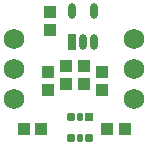
<source format=gts>
G04*
G04 #@! TF.GenerationSoftware,Altium Limited,Altium Designer,20.2.6 (244)*
G04*
G04 Layer_Color=8388736*
%FSLAX25Y25*%
%MOIN*%
G70*
G04*
G04 #@! TF.SameCoordinates,57C3D2B1-0C05-4810-AB6C-AC3BEF56B978*
G04*
G04*
G04 #@! TF.FilePolarity,Negative*
G04*
G01*
G75*
%ADD20R,0.02762X0.02762*%
G04:AMPARAMS|DCode=21|XSize=27.62mil|YSize=19.75mil|CornerRadius=5.94mil|HoleSize=0mil|Usage=FLASHONLY|Rotation=270.000|XOffset=0mil|YOffset=0mil|HoleType=Round|Shape=RoundedRectangle|*
%AMROUNDEDRECTD21*
21,1,0.02762,0.00787,0,0,270.0*
21,1,0.01575,0.01975,0,0,270.0*
1,1,0.01187,-0.00394,-0.00787*
1,1,0.01187,-0.00394,0.00787*
1,1,0.01187,0.00394,0.00787*
1,1,0.01187,0.00394,-0.00787*
%
%ADD21ROUNDEDRECTD21*%
G04:AMPARAMS|DCode=22|XSize=27.62mil|YSize=27.62mil|CornerRadius=7.91mil|HoleSize=0mil|Usage=FLASHONLY|Rotation=270.000|XOffset=0mil|YOffset=0mil|HoleType=Round|Shape=RoundedRectangle|*
%AMROUNDEDRECTD22*
21,1,0.02762,0.01181,0,0,270.0*
21,1,0.01181,0.02762,0,0,270.0*
1,1,0.01581,-0.00591,-0.00591*
1,1,0.01581,-0.00591,0.00591*
1,1,0.01581,0.00591,0.00591*
1,1,0.01581,0.00591,-0.00591*
%
%ADD22ROUNDEDRECTD22*%
%ADD23R,0.02841X0.05203*%
%ADD24O,0.02841X0.05203*%
%ADD25R,0.04337X0.03943*%
%ADD26R,0.03943X0.04337*%
%ADD27C,0.06900*%
D20*
X718713Y851326D02*
D03*
D21*
X715760D02*
D03*
Y844239D02*
D03*
D22*
X712807Y851326D02*
D03*
X718713Y844239D02*
D03*
X712807D02*
D03*
D23*
X713020Y876168D02*
D03*
D24*
X716760D02*
D03*
X720500D02*
D03*
X713020Y886483D02*
D03*
X720500D02*
D03*
D25*
X724807Y847409D02*
D03*
X730713D02*
D03*
X697053Y847102D02*
D03*
X702959D02*
D03*
D26*
X723260Y860373D02*
D03*
Y866278D02*
D03*
X705760Y886279D02*
D03*
Y880373D02*
D03*
X711160Y868279D02*
D03*
Y862373D02*
D03*
X717259Y868279D02*
D03*
Y862373D02*
D03*
X705228Y860409D02*
D03*
Y866315D02*
D03*
D27*
X693760Y867326D02*
D03*
X733760Y877326D02*
D03*
X693760D02*
D03*
Y857326D02*
D03*
X733760Y867326D02*
D03*
Y857326D02*
D03*
M02*

</source>
